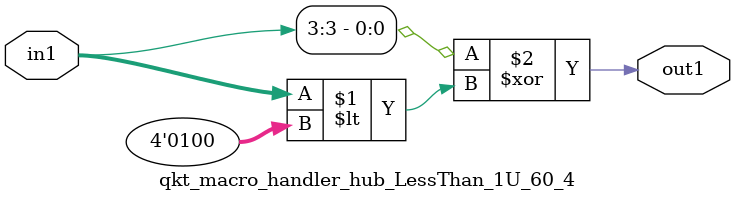
<source format=v>

`timescale 1ps / 1ps


module qkt_macro_handler_hub_LessThan_1U_60_4( in1, out1 );

    input [3:0] in1;
    output out1;

    
    // rtl_process:qkt_macro_handler_hub_LessThan_1U_60_4/qkt_macro_handler_hub_LessThan_1U_60_4_thread_1
    assign out1 = (in1[3] ^ in1 < 4'd04);

endmodule


</source>
